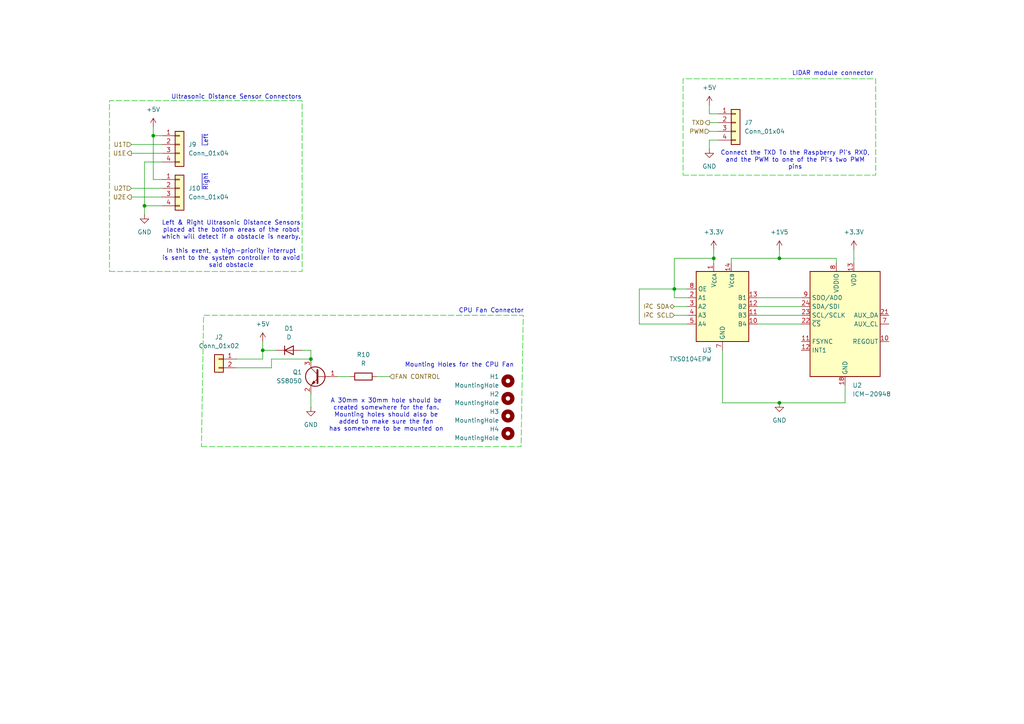
<source format=kicad_sch>
(kicad_sch (version 20250114) (generator "eeschema") (generator_version "9.0")
  (paper "A4")
  (title_block (title "Autonomous  Courier Robot \"Bad Apple\"") (date "2025-08-28") (rev "1") (company "Mixed Engineering Group 3 | STEM 12-Altruism / AY 2526 | CIT-U SHS") (comment 4 "CPU Fan and various miscellaneous peripherals"))
  (lib_symbols
    (symbol "Connector_Generic:Conn_01x02" (pin_names (offset 1.016) (hide yes))
      (property "Reference" "J" (at 0 2.54 0))
      (property "Value" "Conn_01x02" (at 0 -5.08 0))
      (symbol "Conn_01x02_1_1"
        (rectangle (start -1.27 1.27) (end 1.27 -3.81) (stroke (width 0.254)) (fill (type background)))
        (rectangle (start -1.27 0.127) (end 0 -0.127) (stroke (width 0.1524)))
        (rectangle (start -1.27 -2.413) (end 0 -2.667) (stroke (width 0.1524)))
        (pin passive line (at -5.08 0 0) (length 3.81) (name "Pin_1") (number "1"))
        (pin passive line (at -5.08 -2.54 0) (length 3.81) (name "Pin_2") (number "2"))
      )
    )
    (symbol "Connector_Generic:Conn_01x04" (pin_names (offset 1.016) (hide yes))
      (property "Reference" "J" (at 0 5.08 0))
      (property "Value" "Conn_01x04" (at 0 -7.62 0))
      (symbol "Conn_01x04_1_1"
        (rectangle (start -1.27 3.81) (end 1.27 -6.35) (stroke (width 0.254)) (fill (type background)))
        (rectangle (start -1.27 2.667) (end 0 2.413) (stroke (width 0.1524)))
        (rectangle (start -1.27 0.127) (end 0 -0.127) (stroke (width 0.1524)))
        (rectangle (start -1.27 -2.413) (end 0 -2.667) (stroke (width 0.1524)))
        (rectangle (start -1.27 -4.953) (end 0 -5.207) (stroke (width 0.1524)))
        (pin passive line (at -5.08 2.54 0) (length 3.81) (name "Pin_1") (number "1"))
        (pin passive line (at -5.08 0 0) (length 3.81) (name "Pin_2") (number "2"))
        (pin passive line (at -5.08 -2.54 0) (length 3.81) (name "Pin_3") (number "3"))
        (pin passive line (at -5.08 -5.08 0) (length 3.81) (name "Pin_4") (number "4"))
      )
    )
    (symbol "Device:D" (pin_numbers (hide yes)) (pin_names (offset 1.016) (hide yes))
      (property "Reference" "D" (at 0 2.54 0))
      (property "Value" "D" (at 0 -2.54 0))
      (symbol "D_0_1"
        (polyline (pts (xy -1.27 1.27) (xy -1.27 -1.27)) (stroke (width 0.254)))
        (polyline (pts (xy 1.27 1.27) (xy 1.27 -1.27) (xy -1.27 0) (xy 1.27 1.27)) (stroke (width 0.254)))
        (polyline (pts (xy 1.27 0) (xy -1.27 0)))
      )
      (symbol "D_1_1"
        (pin passive line (at -3.81 0 0) (length 2.54) (name "K") (number "1"))
        (pin passive line (at 3.81 0 180) (length 2.54) (name "A") (number "2"))
      )
    )
    (symbol "Device:R" (pin_numbers (hide yes)) (pin_names (offset 0))
      (property "Reference" "R" (at 2.032 0 90))
      (property "Value" "R" (at 0 0 90))
      (symbol "R_0_1"
        (rectangle (start -1.016 -2.54) (end 1.016 2.54) (stroke (width 0.254)))
      )
      (symbol "R_1_1"
        (pin passive line (at 0 3.81 270) (length 1.27) (name "~") (number "1"))
        (pin passive line (at 0 -3.81 90) (length 1.27) (name "~") (number "2"))
      )
    )
    (symbol "GND_1" (power) (pin_numbers (hide yes)) (pin_names (offset 0) (hide yes))
      (property "Value" "GND" (at 0 -3.81 0))
      (symbol "GND_1_0_1"
        (polyline (pts (xy 0 0) (xy 0 -1.27) (xy 1.27 -1.27) (xy 0 -2.54) (xy -1.27 -1.27) (xy 0 -1.27)))
      )
      (symbol "GND_1_1_1"
        (pin power_in line (at 0 0 270) (length 0) (name "~") (number "1"))
      )
    )
    (symbol "Logic_LevelTranslator:TXS0104EPW"
      (property "Reference" "U" (at -7.62 11.43 0))
      (property "Value" "TXS0104EPW" (at 3.81 11.43 0))
      (symbol "TXS0104EPW_0_1"
        (rectangle (start -7.62 10.16) (end 7.62 -10.16) (stroke (width 0.254)) (fill (type background)))
      )
      (symbol "TXS0104EPW_1_0"
        (pin no_connect line (at -7.62 -7.62 0) (length 2.54) (hide yes) (name "NC") (number "6"))
        (pin no_connect line (at 7.62 -7.62 180) (length 2.54) (hide yes) (name "NC") (number "9"))
      )
      (symbol "TXS0104EPW_1_1"
        (pin input line (at -10.16 5.08 0) (length 2.54) (name "OE") (number "8"))
        (pin bidirectional line (at -10.16 2.54 0) (length 2.54) (name "A1") (number "2"))
        (pin bidirectional line (at -10.16 0 0) (length 2.54) (name "A2") (number "3"))
        (pin bidirectional line (at -10.16 -2.54 0) (length 2.54) (name "A3") (number "4"))
        (pin bidirectional line (at -10.16 -5.08 0) (length 2.54) (name "A4") (number "5"))
        (pin power_in line (at -2.54 12.7 270) (length 2.54) (name "V_{CCA}") (number "1"))
        (pin power_in line (at 0 -12.7 90) (length 2.54) (name "GND") (number "7"))
        (pin power_in line (at 2.54 12.7 270) (length 2.54) (name "V_{CCB}") (number "14"))
        (pin bidirectional line (at 10.16 2.54 180) (length 2.54) (name "B1") (number "13"))
        (pin bidirectional line (at 10.16 0 180) (length 2.54) (name "B2") (number "12"))
        (pin bidirectional line (at 10.16 -2.54 180) (length 2.54) (name "B3") (number "11"))
        (pin bidirectional line (at 10.16 -5.08 180) (length 2.54) (name "B4") (number "10"))
      )
    )
    (symbol "Mechanical:MountingHole" (pin_names (offset 1.016)) (in_bom no)
      (property "Reference" "H" (at 0 5.08 0))
      (property "Value" "MountingHole" (at 0 3.175 0))
      (symbol "MountingHole_0_1"
        (circle (center 0 0) (radius 1.27) (stroke (width 1.27)))
      )
    )
    (symbol "Sensor_Motion:ICM-20948"
      (property "Reference" "U" (at -11.43 16.51 0))
      (property "Value" "ICM-20948" (at 7.62 -16.51 0))
      (symbol "ICM-20948_0_1"
        (rectangle (start -10.16 15.24) (end 10.16 -15.24) (stroke (width 0.254)) (fill (type background)))
      )
      (symbol "ICM-20948_1_1"
        (pin bidirectional line (at -12.7 7.62 0) (length 2.54) (name "SDO/AD0") (number "9"))
        (pin bidirectional line (at -12.7 5.08 0) (length 2.54) (name "SDA/SDI") (number "24"))
        (pin input line (at -12.7 2.54 0) (length 2.54) (name "SCL/SCLK") (number "23"))
        (pin input line (at -12.7 0 0) (length 2.54) (name "~{CS}") (number "22"))
        (pin input line (at -12.7 -5.08 0) (length 2.54) (name "FSYNC") (number "11"))
        (pin output line (at -12.7 -7.62 0) (length 2.54) (name "INT1") (number "12"))
        (pin no_connect line (at -10.16 12.7 0) (length 2.54) (hide yes) (name "NC") (number "1"))
        (pin no_connect line (at -10.16 10.16 0) (length 2.54) (hide yes) (name "NC") (number "2"))
        (pin no_connect line (at -10.16 -2.54 0) (length 2.54) (hide yes) (name "NC") (number "3"))
        (pin no_connect line (at -10.16 -10.16 0) (length 2.54) (hide yes) (name "NC") (number "4"))
        (pin no_connect line (at -10.16 -12.7 0) (length 2.54) (hide yes) (name "NC") (number "5"))
        (pin power_in line (at -2.54 17.78 270) (length 2.54) (name "VDDIO") (number "8"))
        (pin power_in line (at 0 -17.78 90) (length 2.54) (name "GND") (number "18"))
        (pin passive line (at 0 -17.78 90) (length 2.54) (hide yes) (name "GND") (number "20"))
        (pin power_in line (at 2.54 17.78 270) (length 2.54) (name "VDD") (number "13"))
        (pin no_connect line (at 10.16 10.16 180) (length 2.54) (hide yes) (name "NC") (number "6"))
        (pin no_connect line (at 10.16 7.62 180) (length 2.54) (hide yes) (name "NC") (number "14"))
        (pin no_connect line (at 10.16 5.08 180) (length 2.54) (hide yes) (name "NC") (number "15"))
        (pin no_connect line (at 10.16 -7.62 180) (length 2.54) (hide yes) (name "NC") (number "16"))
        (pin no_connect line (at 10.16 -10.16 180) (length 2.54) (hide yes) (name "NC") (number "17"))
        (pin no_connect line (at 10.16 -12.7 180) (length 2.54) (hide yes) (name "RESV") (number "19"))
        (pin bidirectional line (at 12.7 2.54 180) (length 2.54) (name "AUX_DA") (number "21"))
        (pin output line (at 12.7 0 180) (length 2.54) (name "AUX_CL") (number "7"))
        (pin passive line (at 12.7 -5.08 180) (length 2.54) (name "REGOUT") (number "10"))
      )
    )
    (symbol "Transistor_BJT:SS8050" (pin_names (offset 0) (hide yes))
      (property "Reference" "Q" (at 5.08 1.905 0))
      (property "Value" "SS8050" (at 5.08 0 0))
      (symbol "SS8050_0_1"
        (polyline (pts (xy -2.54 0) (xy 0.635 0)))
        (polyline (pts (xy 0.635 1.905) (xy 0.635 -1.905)) (stroke (width 0.508)))
        (circle (center 1.27 0) (radius 2.8194) (stroke (width 0.254)))
      )
      (symbol "SS8050_1_1"
        (polyline (pts (xy 0.635 0.635) (xy 2.54 2.54)))
        (polyline (pts (xy 0.635 -0.635) (xy 2.54 -2.54)))
        (polyline (pts (xy 1.27 -1.778) (xy 1.778 -1.27) (xy 2.286 -2.286) (xy 1.27 -1.778)) (fill (type outline)))
        (pin input line (at -5.08 0 0) (length 2.54) (name "B") (number "1"))
        (pin passive line (at 2.54 5.08 270) (length 2.54) (name "C") (number "3"))
        (pin passive line (at 2.54 -5.08 90) (length 2.54) (name "E") (number "2"))
      )
    )
    (symbol "power:+1V5" (power) (pin_numbers (hide yes)) (pin_names (offset 0) (hide yes))
      (property "Value" "+1V5" (at 0 3.556 0))
      (symbol "+1V5_0_1"
        (polyline (pts (xy -0.762 1.27) (xy 0 2.54)))
        (polyline (pts (xy 0 2.54) (xy 0.762 1.27)))
        (polyline (pts (xy 0 0) (xy 0 2.54)))
      )
      (symbol "+1V5_1_1"
        (pin power_in line (at 0 0 90) (length 0) (name "~") (number "1"))
      )
    )
    (symbol "power:+3.3V" (power) (pin_numbers (hide yes)) (pin_names (offset 0) (hide yes))
      (property "Value" "+3.3V" (at 0 3.556 0))
      (symbol "+3.3V_0_1"
        (polyline (pts (xy -0.762 1.27) (xy 0 2.54)))
        (polyline (pts (xy 0 2.54) (xy 0.762 1.27)))
        (polyline (pts (xy 0 0) (xy 0 2.54)))
      )
      (symbol "+3.3V_1_1"
        (pin power_in line (at 0 0 90) (length 0) (name "~") (number "1"))
      )
    )
    (symbol "power:+5V" (power) (pin_numbers (hide yes)) (pin_names (offset 0) (hide yes))
      (property "Value" "+5V" (at 0 3.556 0))
      (symbol "+5V_0_1"
        (polyline (pts (xy -0.762 1.27) (xy 0 2.54)))
        (polyline (pts (xy 0 2.54) (xy 0.762 1.27)))
        (polyline (pts (xy 0 0) (xy 0 2.54)))
      )
      (symbol "+5V_1_1"
        (pin power_in line (at 0 0 90) (length 0) (name "~") (number "1"))
      )
    )
    (symbol "power:GND" (power) (pin_numbers (hide yes)) (pin_names (offset 0) (hide yes))
      (property "Value" "GND" (at 0 -3.81 0))
      (symbol "GND_0_1"
        (polyline (pts (xy 0 0) (xy 0 -1.27) (xy 1.27 -1.27) (xy 0 -2.54) (xy -1.27 -1.27) (xy 0 -1.27)))
      )
      (symbol "GND_1_1"
        (pin power_in line (at 0 0 270) (length 0) (name "~") (number "1"))
      )
    )
  )
  (text "Left & Right Ultrasonic Distance Sensors\nplaced at the bottom areas of the robot\nwhich will detect if a obstacle is nearby.\n\nIn this event, a high-priority interrupt\nis sent to the system controller to avoid\nsaid obstacle" (at 67.056 70.866 0) (effects (font (size 1.27 1.27))))
  (text "Mounting Holes for the CPU Fan" (at 149.098 105.918 0) (effects (font (size 1.27 1.27)) (justify right)))
  (text "~{Right}" (at 58.928 55.372 90) (effects (font (size 1.27 1.27)) (justify left top)))
  (text "Connect the TXD To the Raspberry Pi's RXD,\nand the PWM to one of the Pi's two PWM\npins" (at 230.632 46.482 0) (effects (font (size 1.27 1.27))))
  (text "A 30mm x 30mm hole should be\ncreated somewhere for the fan.\nMounting holes should also be\nadded to make sure the fan\nhas somewhere to be mounted on" (at 112.014 120.396 0) (effects (font (size 1.27 1.27))))
  (text "Ultrasonic Distance Sensor Connectors" (at 68.58 28.194 0) (effects (font (size 1.27 1.27))))
  (text "LIDAR module connector" (at 241.554 21.336 0) (effects (font (size 1.27 1.27))))
  (text "CPU Fan Connector" (at 142.494 90.17 0) (effects (font (size 1.27 1.27))))
  (text "~{Left}" (at 58.928 42.672 90) (effects (font (size 1.27 1.27)) (justify left top)))
  (junction (at 44.45 39.37))
  (junction (at 41.91 59.69))
  (junction (at 207.01 74.93))
  (junction (at 90.17 104.14))
  (junction (at 76.2 101.6))
  (junction (at 195.58 83.82))
  (junction (at 226.06 116.84))
  (junction (at 226.06 74.93))
  (wire (pts (xy 226.06 74.93) (xy 242.57 74.93)))
  (wire (pts (xy 109.22 109.22) (xy 113.03 109.22)))
  (wire (pts (xy 199.39 93.98) (xy 185.42 93.98)))
  (wire (pts (xy 68.58 106.68) (xy 78.74 106.68)))
  (wire (pts (xy 195.58 83.82) (xy 195.58 74.93)))
  (wire (pts (xy 195.58 74.93) (xy 207.01 74.93)))
  (wire (pts (xy 90.17 114.3) (xy 90.17 118.11)))
  (wire (pts (xy 68.58 104.14) (xy 76.2 104.14)))
  (wire (pts (xy 207.01 74.93) (xy 207.01 76.2)))
  (wire (pts (xy 242.57 74.93) (xy 242.57 76.2)))
  (wire (pts (xy 195.58 83.82) (xy 195.58 86.36)))
  (wire (pts (xy 205.74 30.48) (xy 205.74 33.02)))
  (wire (pts (xy 219.71 91.44) (xy 232.41 91.44)))
  (wire (pts (xy 44.45 36.83) (xy 44.45 39.37)))
  (wire (pts (xy 44.45 39.37) (xy 46.99 39.37)))
  (wire (pts (xy 44.45 52.07) (xy 44.45 39.37)))
  (wire (pts (xy 226.06 116.84) (xy 245.11 116.84)))
  (wire (pts (xy 76.2 99.06) (xy 76.2 101.6)))
  (wire (pts (xy 38.1 41.91) (xy 46.99 41.91)))
  (wire (pts (xy 205.74 38.1) (xy 208.28 38.1)))
  (wire (pts (xy 212.09 74.93) (xy 226.06 74.93)))
  (wire (pts (xy 209.55 116.84) (xy 226.06 116.84)))
  (wire (pts (xy 207.01 72.39) (xy 207.01 74.93)))
  (wire (pts (xy 199.39 83.82) (xy 195.58 83.82)))
  (wire (pts (xy 87.63 101.6) (xy 90.17 101.6)))
  (wire (pts (xy 219.71 88.9) (xy 232.41 88.9)))
  (wire (pts (xy 185.42 83.82) (xy 195.58 83.82)))
  (wire (pts (xy 195.58 91.44) (xy 199.39 91.44)))
  (wire (pts (xy 41.91 59.69) (xy 41.91 62.23)))
  (wire (pts (xy 219.71 86.36) (xy 232.41 86.36)))
  (wire (pts (xy 195.58 88.9) (xy 199.39 88.9)))
  (wire (pts (xy 219.71 93.98) (xy 232.41 93.98)))
  (wire (pts (xy 78.74 106.68) (xy 78.74 104.14)))
  (wire (pts (xy 212.09 74.93) (xy 212.09 76.2)))
  (wire (pts (xy 76.2 101.6) (xy 76.2 104.14)))
  (wire (pts (xy 38.1 44.45) (xy 46.99 44.45)))
  (wire (pts (xy 245.11 116.84) (xy 245.11 111.76)))
  (wire (pts (xy 209.55 101.6) (xy 209.55 116.84)))
  (wire (pts (xy 226.06 74.93) (xy 226.06 72.39)))
  (wire (pts (xy 46.99 52.07) (xy 44.45 52.07)))
  (wire (pts (xy 38.1 54.61) (xy 46.99 54.61)))
  (wire (pts (xy 185.42 93.98) (xy 185.42 83.82)))
  (wire (pts (xy 97.79 109.22) (xy 101.6 109.22)))
  (wire (pts (xy 78.74 104.14) (xy 90.17 104.14)))
  (wire (pts (xy 41.91 46.99) (xy 41.91 59.69)))
  (wire (pts (xy 205.74 40.64) (xy 205.74 43.18)))
  (wire (pts (xy 80.01 101.6) (xy 76.2 101.6)))
  (wire (pts (xy 38.1 57.15) (xy 46.99 57.15)))
  (wire (pts (xy 247.65 72.39) (xy 247.65 76.2)))
  (wire (pts (xy 205.74 35.56) (xy 208.28 35.56)))
  (wire (pts (xy 199.39 86.36) (xy 195.58 86.36)))
  (wire (pts (xy 208.28 40.64) (xy 205.74 40.64)))
  (wire (pts (xy 46.99 59.69) (xy 41.91 59.69)))
  (wire (pts (xy 90.17 101.6) (xy 90.17 104.14)))
  (wire (pts (xy 46.99 46.99) (xy 41.91 46.99)))
  (wire (pts (xy 205.74 33.02) (xy 208.28 33.02)))
  (hierarchical_label "I^{2}C SDA" (shape bidirectional) (at 195.58 88.9 180))
  (hierarchical_label "U1E" (shape output) (at 38.1 44.45 180))
  (hierarchical_label "U2E" (shape output) (at 38.1 57.15 180))
  (hierarchical_label "I^{2}C SCL" (shape input) (at 195.58 91.44 180))
  (hierarchical_label "TXD" (shape output) (at 205.74 35.56 180))
  (hierarchical_label "PWM" (shape input) (at 205.74 38.1 180))
  (hierarchical_label "FAN CONTROL" (shape input) (at 113.03 109.22 0))
  (hierarchical_label "U1T" (shape input) (at 38.1 41.91 180))
  (hierarchical_label "U2T" (shape input) (at 38.1 54.61 180))
  (rule_area (polyline (pts (xy 58.42 129.54) (xy 151.13 129.54) (xy 151.765 91.44) (xy 59.055 91.44)) (stroke (width 0) (type dash) (color 0 194 0 1))))
  (rule_area (polyline (pts (xy 31.75 78.74) (xy 87.63 78.74) (xy 87.63 29.21) (xy 31.75 29.21)) (stroke (width 0) (type dash) (color 0 194 0 1))))
  (rule_area (polyline (pts (xy 198.12 50.8) (xy 254 50.8) (xy 254 22.86) (xy 198.12 22.86)) (stroke (width 0) (type dash) (color 0 194 0 1))))
  (symbol (lib_id "Mechanical:MountingHole") (at 147.32 110.49 0) (mirror y) (unit 1) (in_bom no)
    (property "Reference" "H1" (at 144.78 109.2199 0) (effects (justify left)))
    (property "Value" "MountingHole" (at 144.78 111.7599 0) (effects (justify left)))
    (property "Footprint" "MountingHole:MountingHole_2.2mm_M2" (effects (hide yes)))
    (property "Description" "Mounting Hole without connection" (effects (hide yes)))
  )
  (symbol (lib_id "power:GND") (at 205.74 43.18 0) (unit 1)
    (property "Reference" "#PWR010" (effects (hide yes)))
    (property "Value" "GND" (at 205.74 48.26 0))
    (property "Description" "Power symbol creates a global label with name \"GND\" , ground" (effects (hide yes)))
  )
  (symbol (lib_id "Device:R") (at 105.41 109.22 90) (unit 1)
    (property "Reference" "R10" (at 105.41 102.87 90))
    (property "Value" "R" (at 105.41 105.41 90))
    (property "Footprint" "Resistor_SMD:R_0805_2012Metric" (effects (hide yes)))
    (property "Description" "Resistor" (effects (hide yes)))
  )
  (symbol (lib_id "power:+3.3V") (at 207.01 72.39 0) (unit 1)
    (property "Reference" "#PWR07" (effects (hide yes)))
    (property "Value" "+3.3V" (at 207.01 67.31 0))
    (property "Description" "Power symbol creates a global label with name \"+3.3V\"" (effects (hide yes)))
  )
  (symbol (lib_id "power:+3.3V") (at 247.65 72.39 0) (unit 1)
    (property "Reference" "#PWR08" (effects (hide yes)))
    (property "Value" "+3.3V" (at 247.65 67.31 0))
    (property "Description" "Power symbol creates a global label with name \"+3.3V\"" (effects (hide yes)))
  )
  (symbol (lib_id "Sensor_Motion:ICM-20948") (at 245.11 93.98 0) (unit 1)
    (property "Reference" "U2" (at 247.2533 111.76 0) (effects (justify left)))
    (property "Value" "ICM-20948" (at 247.2533 114.3 0) (effects (justify left)))
    (property "Footprint" "Sensor_Motion:InvenSense_QFN-24_3x3mm_P0.4mm" (effects (hide yes)))
    (property "Datasheet" "http://www.invensense.com/wp-content/uploads/2016/06/DS-000189-ICM-20948-v1.3.pdf" (effects (hide yes)))
    (property "Description" "InvenSense 9-Axis Motion Sensor, Accelerometer, Gyroscope, Compass, I2C/SPI, QFN-24" (effects (hide yes)))
  )
  (symbol (lib_id "Connector_Generic:Conn_01x04") (at 213.36 35.56 0) (unit 1)
    (property "Reference" "J7" (at 215.9 35.5599 0) (effects (justify left)))
    (property "Value" "Conn_01x04" (at 215.9 38.0999 0) (effects (justify left)))
    (property "Footprint" "Connector_PinHeader_2.54mm:PinHeader_1x04_P2.54mm_Vertical" (effects (hide yes)))
    (property "Description" "Generic connector, single row, 01x04, script generated (kicad-library-utils/schlib/autogen/connector/)" (effects (hide yes)))
  )
  (symbol (lib_id "Connector_Generic:Conn_01x04") (at 52.07 54.61 0) (unit 1)
    (property "Reference" "J10" (at 54.61 54.6099 0) (effects (justify left)))
    (property "Value" "Conn_01x04" (at 54.61 57.1499 0) (effects (justify left)))
    (property "Footprint" "Connector_PinHeader_2.54mm:PinHeader_1x04_P2.54mm_Vertical" (effects (hide yes)))
    (property "Description" "Generic connector, single row, 01x04, script generated (kicad-library-utils/schlib/autogen/connector/)" (effects (hide yes)))
  )
  (symbol (lib_id "Mechanical:MountingHole") (at 147.32 115.57 0) (mirror y) (unit 1) (in_bom no)
    (property "Reference" "H2" (at 144.78 114.2999 0) (effects (justify left)))
    (property "Value" "MountingHole" (at 144.78 116.8399 0) (effects (justify left)))
    (property "Footprint" "MountingHole:MountingHole_2.2mm_M2" (effects (hide yes)))
    (property "Description" "Mounting Hole without connection" (effects (hide yes)))
  )
  (symbol (lib_id "Connector_Generic:Conn_01x02") (at 63.5 104.14 0) (mirror y) (unit 1)
    (property "Reference" "J2" (at 63.5 97.79 0))
    (property "Value" "Conn_01x02" (at 63.5 100.33 0))
    (property "Footprint" "Connector_Wire:SolderWire-0.1sqmm_1x02_P3.6mm_D0.4mm_OD1mm" (effects (hide yes)))
    (property "Description" "Generic connector, single row, 01x02, script generated (kicad-library-utils/schlib/autogen/connector/)" (effects (hide yes)))
  )
  (symbol (lib_id "Device:D") (at 83.82 101.6 0) (unit 1)
    (property "Reference" "D1" (at 83.82 95.25 0))
    (property "Value" "D" (at 83.82 97.79 0))
    (property "Footprint" "Diode_SMD:D_SOD-323F" (effects (hide yes)))
    (property "Description" "Diode" (effects (hide yes)))
    (property "Sim.Device" "D" (effects (hide yes)))
    (property "Sim.Pins" "1=K 2=A" (effects (hide yes)))
  )
  (symbol (lib_id "power:+5V") (at 44.45 36.83 0) (unit 1)
    (property "Reference" "#PWR011" (effects (hide yes)))
    (property "Value" "+5V" (at 44.45 31.75 0))
    (property "Description" "Power symbol creates a global label with name \"+5V\"" (effects (hide yes)))
  )
  (symbol (lib_id "Logic_LevelTranslator:TXS0104EPW") (at 209.55 88.9 0) (unit 1)
    (property "Reference" "U3" (at 206.4319 101.6 0) (effects (justify right)))
    (property "Value" "TXS0104EPW" (at 206.4319 104.14 0) (effects (justify right)))
    (property "Footprint" "Package_SO:TSSOP-14_4.4x5mm_P0.65mm" (effects (hide yes)))
    (property "Datasheet" "www.ti.com/lit/ds/symlink/txs0104e.pdf" (effects (hide yes)))
    (property "Description" "Bidirectional  level-shifting voltage translator, TSSOP-14" (effects (hide yes)))
  )
  (symbol (lib_id "Connector_Generic:Conn_01x04") (at 52.07 41.91 0) (unit 1)
    (property "Reference" "J9" (at 54.61 41.9099 0) (effects (justify left)))
    (property "Value" "Conn_01x04" (at 54.61 44.4499 0) (effects (justify left)))
    (property "Footprint" "Connector_PinHeader_2.54mm:PinHeader_1x04_P2.54mm_Vertical" (effects (hide yes)))
    (property "Description" "Generic connector, single row, 01x04, script generated (kicad-library-utils/schlib/autogen/connector/)" (effects (hide yes)))
  )
  (symbol (lib_id "Mechanical:MountingHole") (at 147.32 120.65 0) (mirror y) (unit 1) (in_bom no)
    (property "Reference" "H3" (at 144.78 119.3799 0) (effects (justify left)))
    (property "Value" "MountingHole" (at 144.78 121.9199 0) (effects (justify left)))
    (property "Footprint" "MountingHole:MountingHole_2.2mm_M2" (effects (hide yes)))
    (property "Description" "Mounting Hole without connection" (effects (hide yes)))
  )
  (symbol (lib_id "power:+1V5") (at 226.06 72.39 0) (unit 1)
    (property "Reference" "#PWR019" (effects (hide yes)))
    (property "Value" "+1V5" (at 226.06 67.31 0))
    (property "Description" "Power symbol creates a global label with name \"+1V5\"" (effects (hide yes)))
  )
  (symbol (lib_id "power:GND") (at 226.06 116.84 0) (unit 1)
    (property "Reference" "#PWR020" (effects (hide yes)))
    (property "Value" "GND" (at 226.06 121.92 0))
    (property "Description" "Power symbol creates a global label with name \"GND\" , ground" (effects (hide yes)))
  )
  (symbol (lib_name "GND_1") (lib_id "power:GND") (at 90.17 118.11 0) (unit 1)
    (property "Reference" "#PWR05" (effects (hide yes)))
    (property "Value" "GND" (at 90.17 123.19 0))
    (property "Description" "Power symbol creates a global label with name \"GND\" , ground" (effects (hide yes)))
  )
  (symbol (lib_id "power:+5V") (at 76.2 99.06 0) (unit 1)
    (property "Reference" "#PWR06" (effects (hide yes)))
    (property "Value" "+5V" (at 76.2 93.98 0))
    (property "Description" "Power symbol creates a global label with name \"+5V\"" (effects (hide yes)))
  )
  (symbol (lib_id "Mechanical:MountingHole") (at 147.32 125.73 0) (mirror y) (unit 1) (in_bom no)
    (property "Reference" "H4" (at 144.78 124.4599 0) (effects (justify left)))
    (property "Value" "MountingHole" (at 144.78 126.9999 0) (effects (justify left)))
    (property "Footprint" "MountingHole:MountingHole_2.2mm_M2" (effects (hide yes)))
    (property "Description" "Mounting Hole without connection" (effects (hide yes)))
  )
  (symbol (lib_id "Transistor_BJT:SS8050") (at 92.71 109.22 0) (mirror y) (unit 1)
    (property "Reference" "Q1" (at 87.63 107.9499 0) (effects (justify left)))
    (property "Value" "SS8050" (at 87.63 110.4899 0) (effects (justify left)))
    (property "Footprint" "Package_TO_SOT_SMD:SOT-23" (effects (hide yes)))
    (property "Datasheet" "http://www.secosgmbh.com/datasheet/products/SSMPTransistor/SOT-23/SS8050.pdf" (effects (hide yes)))
    (property "Description" "General Purpose NPN Transistor, 1.5A Ic, 25V Vce, SOT-23" (effects (hide yes)))
  )
  (symbol (lib_id "power:+5V") (at 205.74 30.48 0) (unit 1)
    (property "Reference" "#PWR09" (effects (hide yes)))
    (property "Value" "+5V" (at 205.74 25.4 0))
    (property "Description" "Power symbol creates a global label with name \"+5V\"" (effects (hide yes)))
  )
  (symbol (lib_id "power:GND") (at 41.91 62.23 0) (unit 1)
    (property "Reference" "#PWR013" (effects (hide yes)))
    (property "Value" "GND" (at 41.91 67.31 0))
    (property "Description" "Power symbol creates a global label with name \"GND\" , ground" (effects (hide yes)))
  )
)
</source>
